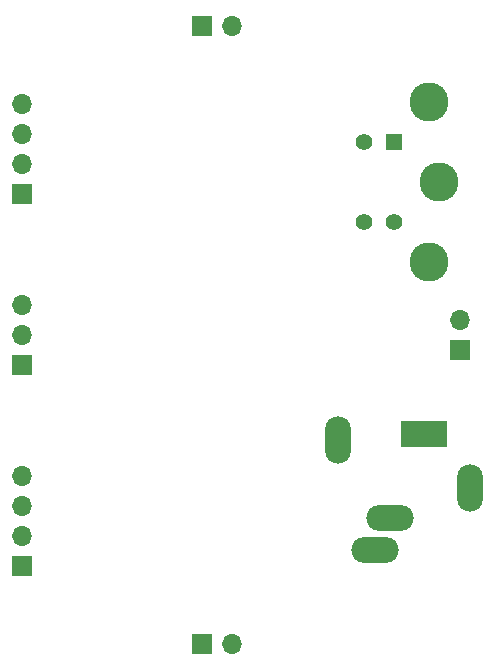
<source format=gbr>
G04 #@! TF.GenerationSoftware,KiCad,Pcbnew,(5.1.9)-1*
G04 #@! TF.CreationDate,2021-03-15T23:42:34+01:00*
G04 #@! TF.ProjectId,rfreplacement,72667265-706c-4616-9365-6d656e742e6b,rev?*
G04 #@! TF.SameCoordinates,Original*
G04 #@! TF.FileFunction,Soldermask,Bot*
G04 #@! TF.FilePolarity,Negative*
%FSLAX46Y46*%
G04 Gerber Fmt 4.6, Leading zero omitted, Abs format (unit mm)*
G04 Created by KiCad (PCBNEW (5.1.9)-1) date 2021-03-15 23:42:34*
%MOMM*%
%LPD*%
G01*
G04 APERTURE LIST*
%ADD10O,2.200000X4.000000*%
%ADD11O,4.000000X2.200000*%
%ADD12R,4.000000X2.200000*%
%ADD13C,3.306000*%
%ADD14C,1.398000*%
%ADD15R,1.398000X1.398000*%
%ADD16O,1.700000X1.700000*%
%ADD17R,1.700000X1.700000*%
G04 APERTURE END LIST*
D10*
X145886000Y-96040000D03*
D11*
X137886000Y-101240000D03*
X139086000Y-98540000D03*
D10*
X134686000Y-91940000D03*
D12*
X141986000Y-91440000D03*
D13*
X142446000Y-63344000D03*
X142446000Y-76864000D03*
X143256000Y-70104000D03*
D14*
X136956000Y-73454000D03*
X139446000Y-73454000D03*
X136956000Y-66754000D03*
D15*
X139446000Y-66754000D03*
D16*
X125730000Y-56896000D03*
D17*
X123190000Y-56896000D03*
D16*
X125730000Y-109220000D03*
D17*
X123190000Y-109220000D03*
D16*
X145034000Y-81788000D03*
D17*
X145034000Y-84328000D03*
D16*
X107950000Y-80518000D03*
X107950000Y-83058000D03*
D17*
X107950000Y-85598000D03*
D16*
X107950000Y-94996000D03*
X107950000Y-97536000D03*
X107950000Y-100076000D03*
D17*
X107950000Y-102616000D03*
X107950000Y-71120000D03*
D16*
X107950000Y-68580000D03*
X107950000Y-66040000D03*
X107950000Y-63500000D03*
M02*

</source>
